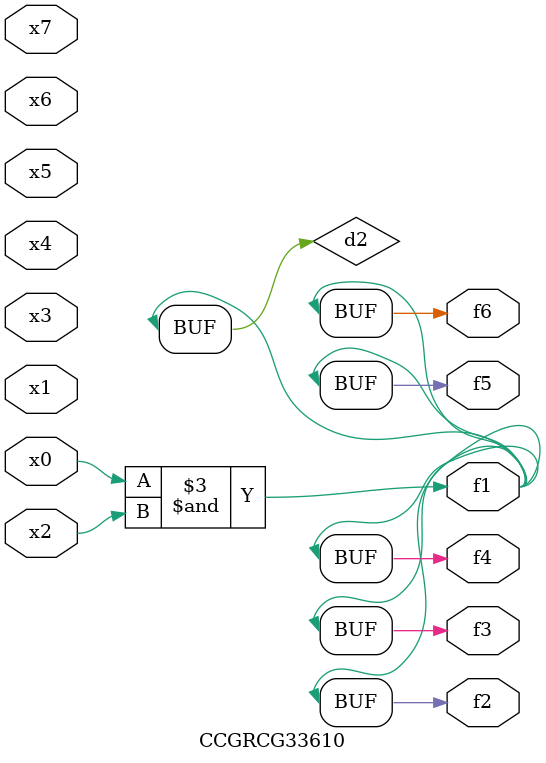
<source format=v>
module CCGRCG33610(
	input x0, x1, x2, x3, x4, x5, x6, x7,
	output f1, f2, f3, f4, f5, f6
);

	wire d1, d2;

	nor (d1, x3, x6);
	and (d2, x0, x2);
	assign f1 = d2;
	assign f2 = d2;
	assign f3 = d2;
	assign f4 = d2;
	assign f5 = d2;
	assign f6 = d2;
endmodule

</source>
